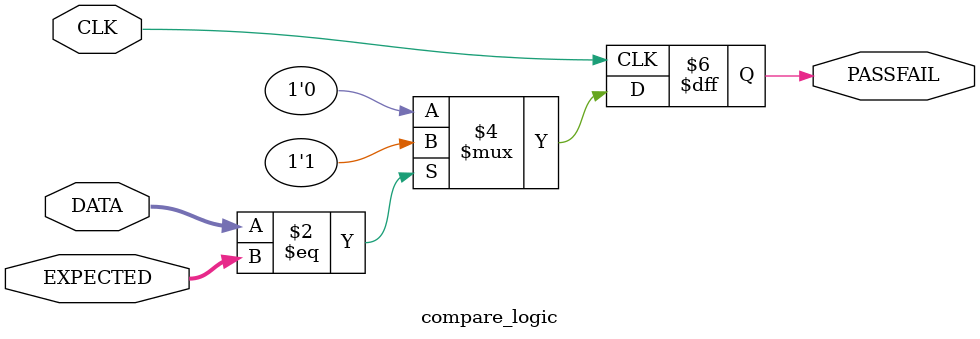
<source format=sv>
/**************************************************************************
*** 									***
***ECE 527 				Julio Rodriguez, Spring 2020	***
*** Comparator Logic for Memory BIST					***
*** compare_logic.sv							***
**************************************************************************/

`timescale 1ps/1ps

module compare_logic (CLK,DATA,EXPECTED,PASSFAIL);
	parameter DATA_WIDTH =8;

	input CLK;
	input [DATA_WIDTH-1:0] DATA,EXPECTED;
	output reg PASSFAIL;

always@(posedge CLK) begin
	if (DATA == EXPECTED)
	PASSFAIL<=1'b1;
	else
	PASSFAIL<=1'b0;


end
endmodule

</source>
